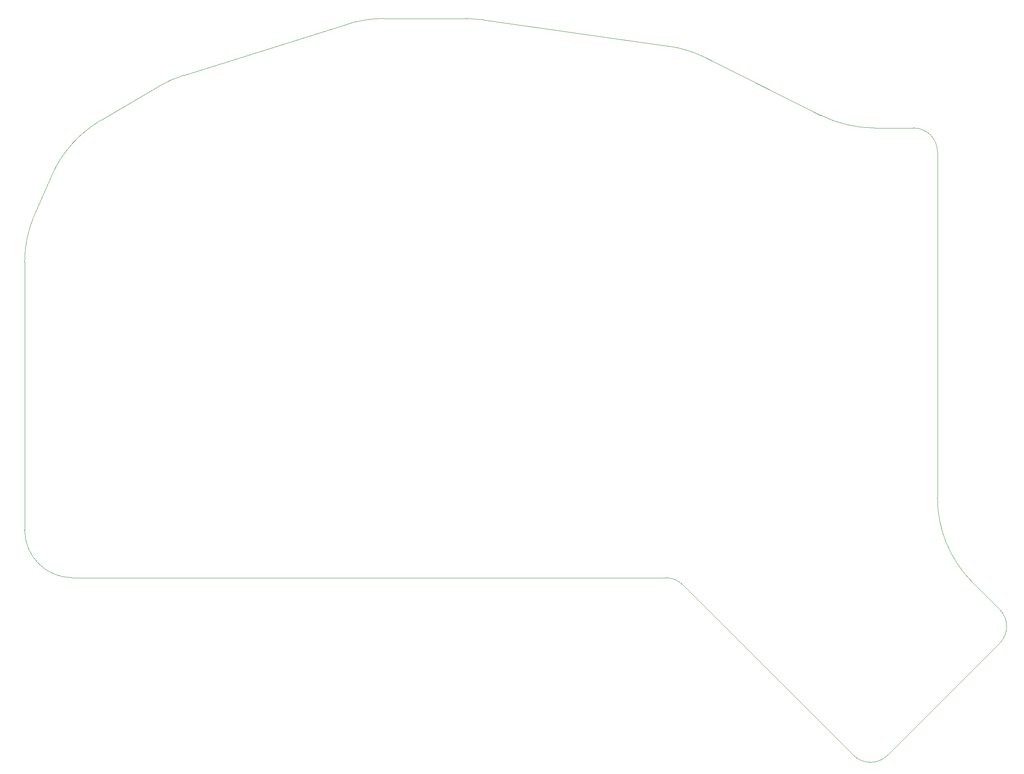
<source format=gbr>
%TF.GenerationSoftware,KiCad,Pcbnew,7.0.8*%
%TF.CreationDate,2023-11-09T18:47:34+07:00*%
%TF.ProjectId,sudi-redox-clone,73756469-2d72-4656-946f-782d636c6f6e,0.1*%
%TF.SameCoordinates,Original*%
%TF.FileFunction,Profile,NP*%
%FSLAX46Y46*%
G04 Gerber Fmt 4.6, Leading zero omitted, Abs format (unit mm)*
G04 Created by KiCad (PCBNEW 7.0.8) date 2023-11-09 18:47:34*
%MOMM*%
%LPD*%
G01*
G04 APERTURE LIST*
%TA.AperFunction,Profile*%
%ADD10C,0.100000*%
%TD*%
G04 APERTURE END LIST*
D10*
X191571360Y-44350680D02*
G75*
G03*
X202751700Y-46990000I11180340J22360680D01*
G01*
X167458639Y-32294320D02*
G75*
G03*
X159813833Y-29906263I-11180339J-22360680D01*
G01*
X25400000Y-130970000D02*
G75*
G03*
X35400000Y-140970000I10000000J0D01*
G01*
X53403630Y-38286688D02*
X41271756Y-45423085D01*
X158750000Y-140970000D02*
X159218932Y-140970000D01*
X228874465Y-154665533D02*
G75*
G03*
X228874465Y-147594467I-3535565J3535533D01*
G01*
X215900000Y-51990000D02*
X215900000Y-124264661D01*
X92878398Y-25268001D02*
X58622258Y-35973044D01*
X31043326Y-56950969D02*
X27496067Y-65058990D01*
X100335273Y-24130009D02*
G75*
G03*
X92878398Y-25268001I-73J-24999691D01*
G01*
X205465534Y-178074466D02*
X228874466Y-154665534D01*
X159813833Y-29906262D02*
X121138839Y-24381263D01*
X215900028Y-124264661D02*
G75*
G03*
X223222330Y-141942330I24999972J-39D01*
G01*
X117603305Y-24130000D02*
X100335273Y-24130000D01*
X41271757Y-45423086D02*
G75*
G03*
X31043327Y-56950969I12675523J-21548374D01*
G01*
X162754466Y-142434466D02*
X198394466Y-178074466D01*
X191571360Y-44350680D02*
X167458639Y-32294319D01*
X162754491Y-142434441D02*
G75*
G03*
X159218932Y-140970000I-3535591J-3535759D01*
G01*
X202751700Y-46990000D02*
X210900000Y-46990000D01*
X25400000Y-75079461D02*
X25400000Y-130970000D01*
X35400000Y-140970000D02*
X158750000Y-140970000D01*
X58622256Y-35973036D02*
G75*
G03*
X53403630Y-38286689I7456944J-23862064D01*
G01*
X228874466Y-147594466D02*
X223222330Y-141942330D01*
X27496066Y-65058990D02*
G75*
G03*
X25400000Y-75079461I22903934J-10020470D01*
G01*
X215900000Y-51990000D02*
G75*
G03*
X210900000Y-46990000I-5000000J0D01*
G01*
X121138839Y-24381263D02*
G75*
G03*
X117603305Y-24130000I-3535539J-24748737D01*
G01*
X198394466Y-178074466D02*
G75*
G03*
X205465534Y-178074466I3535534J3535534D01*
G01*
M02*

</source>
